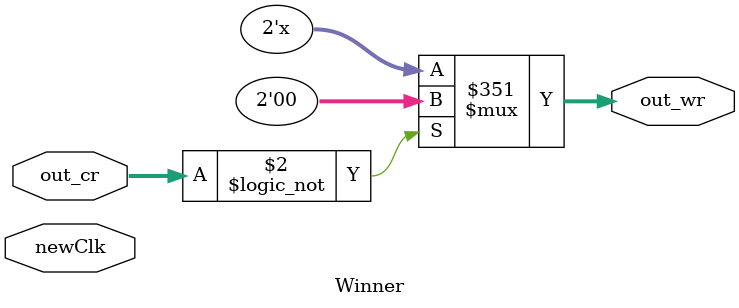
<source format=v>
`timescale 1ns / 1ps

module Winner(input newClk, input [9:0] out_cr,
				  output reg [1:0] out_wr);
	
	reg [1:0] temp;
	reg [1:0] prev_wr1=2'b00;
	reg [1:0] prev_wr2=2'b00;
	
	integer first_cnt=0, second_cnt=0, i;
	
	always @(newClk) begin//new clk is using with both edges
		first_cnt=0;
		second_cnt=0;
		
		if(out_cr==10'b0000000000)
		begin
			out_wr<=2'b00;
			prev_wr1=2'b00;
			prev_wr2=2'b00;
		end
		else
		begin
		temp=out_cr[1:0];
		if(temp==2'b01)
			first_cnt=first_cnt+1;
		else if(temp==2'b10)
			second_cnt=second_cnt+1;
		else if(temp==2'b11)
		begin
			first_cnt=first_cnt+1;
			second_cnt=second_cnt+1;
		end
		
		temp=out_cr[3:2];
		if(temp==2'b01)
			first_cnt=first_cnt+1;
		else if(temp==2'b10)
			second_cnt=second_cnt+1;
		else if(temp==2'b11)
		begin
			first_cnt=first_cnt+1;
			second_cnt=second_cnt+1;
		end
		
		temp=out_cr[5:4];
		if(temp==2'b01)
			first_cnt=first_cnt+1;
		else if(temp==2'b10)
			second_cnt=second_cnt+1;
		else if(temp==2'b11)
		begin
			first_cnt=first_cnt+1;
			second_cnt=second_cnt+1;
		end
		
		temp=out_cr[7:6];
		if(temp==2'b01)
			first_cnt=first_cnt+1;
		else if(temp==2'b10)
			second_cnt=second_cnt+1;
		else if(temp==2'b11)
		begin
			first_cnt=first_cnt+1;
			second_cnt=second_cnt+1;
		end
		
		temp=out_cr[9:8];
		if(temp==2'b01)
			first_cnt=first_cnt+1;
		else if(temp==2'b10)
			second_cnt=second_cnt+1;
		else if(temp==2'b11)
		begin
			first_cnt=first_cnt+1;
			second_cnt=second_cnt+1;
		end
		
		if(first_cnt>second_cnt)
			prev_wr2=2'b01;
		else if(first_cnt<second_cnt)
			prev_wr2=2'b10;
		else if(first_cnt==second_cnt && first_cnt!=0)
			prev_wr2=2'b11;
		else
			prev_wr2=2'b00;
	
		out_wr<=prev_wr1;
		prev_wr1=prev_wr2;
		
		end
		
	end
	
endmodule

</source>
